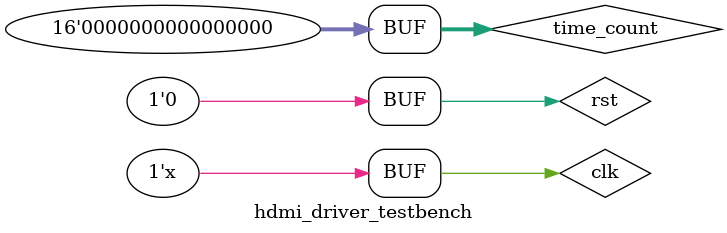
<source format=v>
`timescale 1ns / 1ps


module hdmi_driver_testbench;

	// Inputs
	reg clk;
	reg rst;
	reg [15:0] time_count;

	// Outputs
	wire hs;
	wire vs;
	wire de;
	wire [7:0] rgb_r;
	wire [7:0] rgb_g;
	wire [7:0] rgb_b;
	wire hs_reg;
	wire vs_reg;
	wire hs_reg_d0;
	wire vs_reg_d0;
	wire [11:0] h_cnt;
	wire [11:0] v_cnt;
	wire [11:0] active_x;
	wire [11:0] active_y;
	wire [7:0] rgb_r_reg;
	wire [7:0] rgb_g_reg;
	wire [7:0] rgb_b_reg;
	wire h_active;
	wire v_active;
	wire video_active;
	wire video_active_d0;

	// Instantiate the Unit Under Test (UUT)
	hdmi_driver uut (
		.clk(clk), 
		.rst(rst), 
		.time_count(time_count), 
		.hs(hs), 
		.vs(vs), 
		.de(de), 
		.rgb_r(rgb_r), 
		.rgb_g(rgb_g), 
		.rgb_b(rgb_b), 
		.hs_reg(hs_reg), 
		.vs_reg(vs_reg), 
		.hs_reg_d0(hs_reg_d0), 
		.vs_reg_d0(vs_reg_d0), 
		.h_cnt(h_cnt), 
		.v_cnt(v_cnt), 
		.active_x(active_x), 
		.active_y(active_y), 
		.rgb_r_reg(rgb_r_reg), 
		.rgb_g_reg(rgb_g_reg), 
		.rgb_b_reg(rgb_b_reg), 
		.h_active(h_active), 
		.v_active(v_active), 
		.video_active(video_active), 
		.video_active_d0(video_active_d0)
	);

	initial begin
		// Initialize Inputs
		clk = 0;
		rst = 0;
		time_count = 0;

		// Wait 100 ns for global reset to finish
		#100;
        
		// Add stimulus here

	end
	
		always 
	begin
		#5
		clk=~clk;
		end
      
endmodule


</source>
